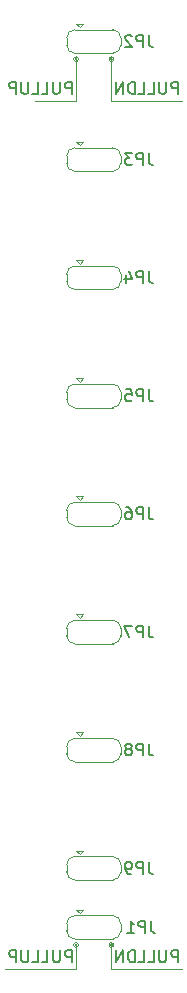
<source format=gbr>
%TF.GenerationSoftware,KiCad,Pcbnew,5.1.9-73d0e3b20d~88~ubuntu20.04.1*%
%TF.CreationDate,2021-09-23T17:55:38+05:30*%
%TF.ProjectId,veloce,76656c6f-6365-42e6-9b69-6361645f7063,rev?*%
%TF.SameCoordinates,Original*%
%TF.FileFunction,Legend,Bot*%
%TF.FilePolarity,Positive*%
%FSLAX46Y46*%
G04 Gerber Fmt 4.6, Leading zero omitted, Abs format (unit mm)*
G04 Created by KiCad (PCBNEW 5.1.9-73d0e3b20d~88~ubuntu20.04.1) date 2021-09-23 17:55:38*
%MOMM*%
%LPD*%
G01*
G04 APERTURE LIST*
%ADD10C,0.120000*%
%ADD11C,0.150000*%
G04 APERTURE END LIST*
D10*
X222700000Y-67000000D02*
G75*
G03*
X222700000Y-67000000I-200000J0D01*
G01*
X222600000Y-67000000D02*
G75*
G03*
X222600000Y-67000000I-100000J0D01*
G01*
X219700000Y-67000000D02*
G75*
G03*
X219700000Y-67000000I-200000J0D01*
G01*
X219600000Y-67000000D02*
G75*
G03*
X219600000Y-67000000I-100000J0D01*
G01*
X219500000Y-70500000D02*
X219500000Y-67000000D01*
X216000000Y-70500000D02*
X219500000Y-70500000D01*
X222500000Y-70500000D02*
X222500000Y-67000000D01*
X228500000Y-70500000D02*
X222500000Y-70500000D01*
X222700000Y-142000000D02*
G75*
G03*
X222700000Y-142000000I-200000J0D01*
G01*
X222600000Y-142000000D02*
G75*
G03*
X222600000Y-142000000I-100000J0D01*
G01*
X219700000Y-142000000D02*
G75*
G03*
X219700000Y-142000000I-200000J0D01*
G01*
X219600000Y-142000000D02*
G75*
G03*
X219600000Y-142000000I-100000J0D01*
G01*
X222500000Y-144000000D02*
X228500000Y-144000000D01*
X222500000Y-142000000D02*
X222500000Y-144000000D01*
X219500000Y-144000000D02*
X219500000Y-142000000D01*
X213500000Y-144000000D02*
X219500000Y-144000000D01*
%TO.C,JP1*%
X219800000Y-139300000D02*
X220100000Y-139000000D01*
X219500000Y-139000000D02*
X220100000Y-139000000D01*
X219800000Y-139300000D02*
X219500000Y-139000000D01*
X218700000Y-140200000D02*
X218700000Y-140800000D01*
X222600000Y-139500000D02*
X219400000Y-139500000D01*
X223300000Y-140800000D02*
X223300000Y-140200000D01*
X219400000Y-141500000D02*
X222600000Y-141500000D01*
X222600000Y-141500000D02*
G75*
G03*
X223300000Y-140800000I0J700000D01*
G01*
X223300000Y-140200000D02*
G75*
G03*
X222600000Y-139500000I-700000J0D01*
G01*
X219400000Y-139500000D02*
G75*
G03*
X218700000Y-140200000I0J-700000D01*
G01*
X218700000Y-140800000D02*
G75*
G03*
X219400000Y-141500000I700000J0D01*
G01*
%TO.C,JP9*%
X219800000Y-134300000D02*
X220100000Y-134000000D01*
X219500000Y-134000000D02*
X220100000Y-134000000D01*
X219800000Y-134300000D02*
X219500000Y-134000000D01*
X218700000Y-135200000D02*
X218700000Y-135800000D01*
X222600000Y-134500000D02*
X219400000Y-134500000D01*
X223300000Y-135800000D02*
X223300000Y-135200000D01*
X219400000Y-136500000D02*
X222600000Y-136500000D01*
X222600000Y-136500000D02*
G75*
G03*
X223300000Y-135800000I0J700000D01*
G01*
X223300000Y-135200000D02*
G75*
G03*
X222600000Y-134500000I-700000J0D01*
G01*
X219400000Y-134500000D02*
G75*
G03*
X218700000Y-135200000I0J-700000D01*
G01*
X218700000Y-135800000D02*
G75*
G03*
X219400000Y-136500000I700000J0D01*
G01*
%TO.C,JP8*%
X219800000Y-124300000D02*
X220100000Y-124000000D01*
X219500000Y-124000000D02*
X220100000Y-124000000D01*
X219800000Y-124300000D02*
X219500000Y-124000000D01*
X218700000Y-125200000D02*
X218700000Y-125800000D01*
X222600000Y-124500000D02*
X219400000Y-124500000D01*
X223300000Y-125800000D02*
X223300000Y-125200000D01*
X219400000Y-126500000D02*
X222600000Y-126500000D01*
X222600000Y-126500000D02*
G75*
G03*
X223300000Y-125800000I0J700000D01*
G01*
X223300000Y-125200000D02*
G75*
G03*
X222600000Y-124500000I-700000J0D01*
G01*
X219400000Y-124500000D02*
G75*
G03*
X218700000Y-125200000I0J-700000D01*
G01*
X218700000Y-125800000D02*
G75*
G03*
X219400000Y-126500000I700000J0D01*
G01*
%TO.C,JP7*%
X219800000Y-114300000D02*
X220100000Y-114000000D01*
X219500000Y-114000000D02*
X220100000Y-114000000D01*
X219800000Y-114300000D02*
X219500000Y-114000000D01*
X218700000Y-115200000D02*
X218700000Y-115800000D01*
X222600000Y-114500000D02*
X219400000Y-114500000D01*
X223300000Y-115800000D02*
X223300000Y-115200000D01*
X219400000Y-116500000D02*
X222600000Y-116500000D01*
X222600000Y-116500000D02*
G75*
G03*
X223300000Y-115800000I0J700000D01*
G01*
X223300000Y-115200000D02*
G75*
G03*
X222600000Y-114500000I-700000J0D01*
G01*
X219400000Y-114500000D02*
G75*
G03*
X218700000Y-115200000I0J-700000D01*
G01*
X218700000Y-115800000D02*
G75*
G03*
X219400000Y-116500000I700000J0D01*
G01*
%TO.C,JP6*%
X219800000Y-104300000D02*
X220100000Y-104000000D01*
X219500000Y-104000000D02*
X220100000Y-104000000D01*
X219800000Y-104300000D02*
X219500000Y-104000000D01*
X218700000Y-105200000D02*
X218700000Y-105800000D01*
X222600000Y-104500000D02*
X219400000Y-104500000D01*
X223300000Y-105800000D02*
X223300000Y-105200000D01*
X219400000Y-106500000D02*
X222600000Y-106500000D01*
X222600000Y-106500000D02*
G75*
G03*
X223300000Y-105800000I0J700000D01*
G01*
X223300000Y-105200000D02*
G75*
G03*
X222600000Y-104500000I-700000J0D01*
G01*
X219400000Y-104500000D02*
G75*
G03*
X218700000Y-105200000I0J-700000D01*
G01*
X218700000Y-105800000D02*
G75*
G03*
X219400000Y-106500000I700000J0D01*
G01*
%TO.C,JP5*%
X219800000Y-94300000D02*
X220100000Y-94000000D01*
X219500000Y-94000000D02*
X220100000Y-94000000D01*
X219800000Y-94300000D02*
X219500000Y-94000000D01*
X218700000Y-95200000D02*
X218700000Y-95800000D01*
X222600000Y-94500000D02*
X219400000Y-94500000D01*
X223300000Y-95800000D02*
X223300000Y-95200000D01*
X219400000Y-96500000D02*
X222600000Y-96500000D01*
X222600000Y-96500000D02*
G75*
G03*
X223300000Y-95800000I0J700000D01*
G01*
X223300000Y-95200000D02*
G75*
G03*
X222600000Y-94500000I-700000J0D01*
G01*
X219400000Y-94500000D02*
G75*
G03*
X218700000Y-95200000I0J-700000D01*
G01*
X218700000Y-95800000D02*
G75*
G03*
X219400000Y-96500000I700000J0D01*
G01*
%TO.C,JP4*%
X219800000Y-84300000D02*
X220100000Y-84000000D01*
X219500000Y-84000000D02*
X220100000Y-84000000D01*
X219800000Y-84300000D02*
X219500000Y-84000000D01*
X218700000Y-85200000D02*
X218700000Y-85800000D01*
X222600000Y-84500000D02*
X219400000Y-84500000D01*
X223300000Y-85800000D02*
X223300000Y-85200000D01*
X219400000Y-86500000D02*
X222600000Y-86500000D01*
X222600000Y-86500000D02*
G75*
G03*
X223300000Y-85800000I0J700000D01*
G01*
X223300000Y-85200000D02*
G75*
G03*
X222600000Y-84500000I-700000J0D01*
G01*
X219400000Y-84500000D02*
G75*
G03*
X218700000Y-85200000I0J-700000D01*
G01*
X218700000Y-85800000D02*
G75*
G03*
X219400000Y-86500000I700000J0D01*
G01*
%TO.C,JP3*%
X219800000Y-74300000D02*
X220100000Y-74000000D01*
X219500000Y-74000000D02*
X220100000Y-74000000D01*
X219800000Y-74300000D02*
X219500000Y-74000000D01*
X218700000Y-75200000D02*
X218700000Y-75800000D01*
X222600000Y-74500000D02*
X219400000Y-74500000D01*
X223300000Y-75800000D02*
X223300000Y-75200000D01*
X219400000Y-76500000D02*
X222600000Y-76500000D01*
X222600000Y-76500000D02*
G75*
G03*
X223300000Y-75800000I0J700000D01*
G01*
X223300000Y-75200000D02*
G75*
G03*
X222600000Y-74500000I-700000J0D01*
G01*
X219400000Y-74500000D02*
G75*
G03*
X218700000Y-75200000I0J-700000D01*
G01*
X218700000Y-75800000D02*
G75*
G03*
X219400000Y-76500000I700000J0D01*
G01*
%TO.C,JP2*%
X219800000Y-64300000D02*
X220100000Y-64000000D01*
X219500000Y-64000000D02*
X220100000Y-64000000D01*
X219800000Y-64300000D02*
X219500000Y-64000000D01*
X218700000Y-65200000D02*
X218700000Y-65800000D01*
X222600000Y-64500000D02*
X219400000Y-64500000D01*
X223300000Y-65800000D02*
X223300000Y-65200000D01*
X219400000Y-66500000D02*
X222600000Y-66500000D01*
X222600000Y-66500000D02*
G75*
G03*
X223300000Y-65800000I0J700000D01*
G01*
X223300000Y-65200000D02*
G75*
G03*
X222600000Y-64500000I-700000J0D01*
G01*
X219400000Y-64500000D02*
G75*
G03*
X218700000Y-65200000I0J-700000D01*
G01*
X218700000Y-65800000D02*
G75*
G03*
X219400000Y-66500000I700000J0D01*
G01*
%TO.C,JP1*%
D11*
X225833333Y-139952380D02*
X225833333Y-140666666D01*
X225880952Y-140809523D01*
X225976190Y-140904761D01*
X226119047Y-140952380D01*
X226214285Y-140952380D01*
X225357142Y-140952380D02*
X225357142Y-139952380D01*
X224976190Y-139952380D01*
X224880952Y-140000000D01*
X224833333Y-140047619D01*
X224785714Y-140142857D01*
X224785714Y-140285714D01*
X224833333Y-140380952D01*
X224880952Y-140428571D01*
X224976190Y-140476190D01*
X225357142Y-140476190D01*
X223833333Y-140952380D02*
X224404761Y-140952380D01*
X224119047Y-140952380D02*
X224119047Y-139952380D01*
X224214285Y-140095238D01*
X224309523Y-140190476D01*
X224404761Y-140238095D01*
X219119047Y-143452380D02*
X219119047Y-142452380D01*
X218738095Y-142452380D01*
X218642857Y-142500000D01*
X218595238Y-142547619D01*
X218547619Y-142642857D01*
X218547619Y-142785714D01*
X218595238Y-142880952D01*
X218642857Y-142928571D01*
X218738095Y-142976190D01*
X219119047Y-142976190D01*
X218119047Y-142452380D02*
X218119047Y-143261904D01*
X218071428Y-143357142D01*
X218023809Y-143404761D01*
X217928571Y-143452380D01*
X217738095Y-143452380D01*
X217642857Y-143404761D01*
X217595238Y-143357142D01*
X217547619Y-143261904D01*
X217547619Y-142452380D01*
X216595238Y-143452380D02*
X217071428Y-143452380D01*
X217071428Y-142452380D01*
X215785714Y-143452380D02*
X216261904Y-143452380D01*
X216261904Y-142452380D01*
X215452380Y-142452380D02*
X215452380Y-143261904D01*
X215404761Y-143357142D01*
X215357142Y-143404761D01*
X215261904Y-143452380D01*
X215071428Y-143452380D01*
X214976190Y-143404761D01*
X214928571Y-143357142D01*
X214880952Y-143261904D01*
X214880952Y-142452380D01*
X214404761Y-143452380D02*
X214404761Y-142452380D01*
X214023809Y-142452380D01*
X213928571Y-142500000D01*
X213880952Y-142547619D01*
X213833333Y-142642857D01*
X213833333Y-142785714D01*
X213880952Y-142880952D01*
X213928571Y-142928571D01*
X214023809Y-142976190D01*
X214404761Y-142976190D01*
X228119047Y-143452380D02*
X228119047Y-142452380D01*
X227738095Y-142452380D01*
X227642857Y-142500000D01*
X227595238Y-142547619D01*
X227547619Y-142642857D01*
X227547619Y-142785714D01*
X227595238Y-142880952D01*
X227642857Y-142928571D01*
X227738095Y-142976190D01*
X228119047Y-142976190D01*
X227119047Y-142452380D02*
X227119047Y-143261904D01*
X227071428Y-143357142D01*
X227023809Y-143404761D01*
X226928571Y-143452380D01*
X226738095Y-143452380D01*
X226642857Y-143404761D01*
X226595238Y-143357142D01*
X226547619Y-143261904D01*
X226547619Y-142452380D01*
X225595238Y-143452380D02*
X226071428Y-143452380D01*
X226071428Y-142452380D01*
X224785714Y-143452380D02*
X225261904Y-143452380D01*
X225261904Y-142452380D01*
X224452380Y-143452380D02*
X224452380Y-142452380D01*
X224214285Y-142452380D01*
X224071428Y-142500000D01*
X223976190Y-142595238D01*
X223928571Y-142690476D01*
X223880952Y-142880952D01*
X223880952Y-143023809D01*
X223928571Y-143214285D01*
X223976190Y-143309523D01*
X224071428Y-143404761D01*
X224214285Y-143452380D01*
X224452380Y-143452380D01*
X223452380Y-143452380D02*
X223452380Y-142452380D01*
X222880952Y-143452380D01*
X222880952Y-142452380D01*
%TO.C,JP9*%
X225643333Y-134952380D02*
X225643333Y-135666666D01*
X225690952Y-135809523D01*
X225786190Y-135904761D01*
X225929047Y-135952380D01*
X226024285Y-135952380D01*
X225167142Y-135952380D02*
X225167142Y-134952380D01*
X224786190Y-134952380D01*
X224690952Y-135000000D01*
X224643333Y-135047619D01*
X224595714Y-135142857D01*
X224595714Y-135285714D01*
X224643333Y-135380952D01*
X224690952Y-135428571D01*
X224786190Y-135476190D01*
X225167142Y-135476190D01*
X224119523Y-135952380D02*
X223929047Y-135952380D01*
X223833809Y-135904761D01*
X223786190Y-135857142D01*
X223690952Y-135714285D01*
X223643333Y-135523809D01*
X223643333Y-135142857D01*
X223690952Y-135047619D01*
X223738571Y-135000000D01*
X223833809Y-134952380D01*
X224024285Y-134952380D01*
X224119523Y-135000000D01*
X224167142Y-135047619D01*
X224214761Y-135142857D01*
X224214761Y-135380952D01*
X224167142Y-135476190D01*
X224119523Y-135523809D01*
X224024285Y-135571428D01*
X223833809Y-135571428D01*
X223738571Y-135523809D01*
X223690952Y-135476190D01*
X223643333Y-135380952D01*
%TO.C,JP8*%
X225643333Y-124952380D02*
X225643333Y-125666666D01*
X225690952Y-125809523D01*
X225786190Y-125904761D01*
X225929047Y-125952380D01*
X226024285Y-125952380D01*
X225167142Y-125952380D02*
X225167142Y-124952380D01*
X224786190Y-124952380D01*
X224690952Y-125000000D01*
X224643333Y-125047619D01*
X224595714Y-125142857D01*
X224595714Y-125285714D01*
X224643333Y-125380952D01*
X224690952Y-125428571D01*
X224786190Y-125476190D01*
X225167142Y-125476190D01*
X224024285Y-125380952D02*
X224119523Y-125333333D01*
X224167142Y-125285714D01*
X224214761Y-125190476D01*
X224214761Y-125142857D01*
X224167142Y-125047619D01*
X224119523Y-125000000D01*
X224024285Y-124952380D01*
X223833809Y-124952380D01*
X223738571Y-125000000D01*
X223690952Y-125047619D01*
X223643333Y-125142857D01*
X223643333Y-125190476D01*
X223690952Y-125285714D01*
X223738571Y-125333333D01*
X223833809Y-125380952D01*
X224024285Y-125380952D01*
X224119523Y-125428571D01*
X224167142Y-125476190D01*
X224214761Y-125571428D01*
X224214761Y-125761904D01*
X224167142Y-125857142D01*
X224119523Y-125904761D01*
X224024285Y-125952380D01*
X223833809Y-125952380D01*
X223738571Y-125904761D01*
X223690952Y-125857142D01*
X223643333Y-125761904D01*
X223643333Y-125571428D01*
X223690952Y-125476190D01*
X223738571Y-125428571D01*
X223833809Y-125380952D01*
%TO.C,JP7*%
X225643333Y-114952380D02*
X225643333Y-115666666D01*
X225690952Y-115809523D01*
X225786190Y-115904761D01*
X225929047Y-115952380D01*
X226024285Y-115952380D01*
X225167142Y-115952380D02*
X225167142Y-114952380D01*
X224786190Y-114952380D01*
X224690952Y-115000000D01*
X224643333Y-115047619D01*
X224595714Y-115142857D01*
X224595714Y-115285714D01*
X224643333Y-115380952D01*
X224690952Y-115428571D01*
X224786190Y-115476190D01*
X225167142Y-115476190D01*
X224262380Y-114952380D02*
X223595714Y-114952380D01*
X224024285Y-115952380D01*
%TO.C,JP6*%
X225643333Y-104952380D02*
X225643333Y-105666666D01*
X225690952Y-105809523D01*
X225786190Y-105904761D01*
X225929047Y-105952380D01*
X226024285Y-105952380D01*
X225167142Y-105952380D02*
X225167142Y-104952380D01*
X224786190Y-104952380D01*
X224690952Y-105000000D01*
X224643333Y-105047619D01*
X224595714Y-105142857D01*
X224595714Y-105285714D01*
X224643333Y-105380952D01*
X224690952Y-105428571D01*
X224786190Y-105476190D01*
X225167142Y-105476190D01*
X223738571Y-104952380D02*
X223929047Y-104952380D01*
X224024285Y-105000000D01*
X224071904Y-105047619D01*
X224167142Y-105190476D01*
X224214761Y-105380952D01*
X224214761Y-105761904D01*
X224167142Y-105857142D01*
X224119523Y-105904761D01*
X224024285Y-105952380D01*
X223833809Y-105952380D01*
X223738571Y-105904761D01*
X223690952Y-105857142D01*
X223643333Y-105761904D01*
X223643333Y-105523809D01*
X223690952Y-105428571D01*
X223738571Y-105380952D01*
X223833809Y-105333333D01*
X224024285Y-105333333D01*
X224119523Y-105380952D01*
X224167142Y-105428571D01*
X224214761Y-105523809D01*
%TO.C,JP5*%
X225643333Y-94952380D02*
X225643333Y-95666666D01*
X225690952Y-95809523D01*
X225786190Y-95904761D01*
X225929047Y-95952380D01*
X226024285Y-95952380D01*
X225167142Y-95952380D02*
X225167142Y-94952380D01*
X224786190Y-94952380D01*
X224690952Y-95000000D01*
X224643333Y-95047619D01*
X224595714Y-95142857D01*
X224595714Y-95285714D01*
X224643333Y-95380952D01*
X224690952Y-95428571D01*
X224786190Y-95476190D01*
X225167142Y-95476190D01*
X223690952Y-94952380D02*
X224167142Y-94952380D01*
X224214761Y-95428571D01*
X224167142Y-95380952D01*
X224071904Y-95333333D01*
X223833809Y-95333333D01*
X223738571Y-95380952D01*
X223690952Y-95428571D01*
X223643333Y-95523809D01*
X223643333Y-95761904D01*
X223690952Y-95857142D01*
X223738571Y-95904761D01*
X223833809Y-95952380D01*
X224071904Y-95952380D01*
X224167142Y-95904761D01*
X224214761Y-95857142D01*
%TO.C,JP4*%
X225643333Y-84952380D02*
X225643333Y-85666666D01*
X225690952Y-85809523D01*
X225786190Y-85904761D01*
X225929047Y-85952380D01*
X226024285Y-85952380D01*
X225167142Y-85952380D02*
X225167142Y-84952380D01*
X224786190Y-84952380D01*
X224690952Y-85000000D01*
X224643333Y-85047619D01*
X224595714Y-85142857D01*
X224595714Y-85285714D01*
X224643333Y-85380952D01*
X224690952Y-85428571D01*
X224786190Y-85476190D01*
X225167142Y-85476190D01*
X223738571Y-85285714D02*
X223738571Y-85952380D01*
X223976666Y-84904761D02*
X224214761Y-85619047D01*
X223595714Y-85619047D01*
%TO.C,JP3*%
X225643333Y-74952380D02*
X225643333Y-75666666D01*
X225690952Y-75809523D01*
X225786190Y-75904761D01*
X225929047Y-75952380D01*
X226024285Y-75952380D01*
X225167142Y-75952380D02*
X225167142Y-74952380D01*
X224786190Y-74952380D01*
X224690952Y-75000000D01*
X224643333Y-75047619D01*
X224595714Y-75142857D01*
X224595714Y-75285714D01*
X224643333Y-75380952D01*
X224690952Y-75428571D01*
X224786190Y-75476190D01*
X225167142Y-75476190D01*
X224262380Y-74952380D02*
X223643333Y-74952380D01*
X223976666Y-75333333D01*
X223833809Y-75333333D01*
X223738571Y-75380952D01*
X223690952Y-75428571D01*
X223643333Y-75523809D01*
X223643333Y-75761904D01*
X223690952Y-75857142D01*
X223738571Y-75904761D01*
X223833809Y-75952380D01*
X224119523Y-75952380D01*
X224214761Y-75904761D01*
X224262380Y-75857142D01*
%TO.C,JP2*%
X225643333Y-64952380D02*
X225643333Y-65666666D01*
X225690952Y-65809523D01*
X225786190Y-65904761D01*
X225929047Y-65952380D01*
X226024285Y-65952380D01*
X225167142Y-65952380D02*
X225167142Y-64952380D01*
X224786190Y-64952380D01*
X224690952Y-65000000D01*
X224643333Y-65047619D01*
X224595714Y-65142857D01*
X224595714Y-65285714D01*
X224643333Y-65380952D01*
X224690952Y-65428571D01*
X224786190Y-65476190D01*
X225167142Y-65476190D01*
X224214761Y-65047619D02*
X224167142Y-65000000D01*
X224071904Y-64952380D01*
X223833809Y-64952380D01*
X223738571Y-65000000D01*
X223690952Y-65047619D01*
X223643333Y-65142857D01*
X223643333Y-65238095D01*
X223690952Y-65380952D01*
X224262380Y-65952380D01*
X223643333Y-65952380D01*
X219119047Y-69952380D02*
X219119047Y-68952380D01*
X218738095Y-68952380D01*
X218642857Y-69000000D01*
X218595238Y-69047619D01*
X218547619Y-69142857D01*
X218547619Y-69285714D01*
X218595238Y-69380952D01*
X218642857Y-69428571D01*
X218738095Y-69476190D01*
X219119047Y-69476190D01*
X218119047Y-68952380D02*
X218119047Y-69761904D01*
X218071428Y-69857142D01*
X218023809Y-69904761D01*
X217928571Y-69952380D01*
X217738095Y-69952380D01*
X217642857Y-69904761D01*
X217595238Y-69857142D01*
X217547619Y-69761904D01*
X217547619Y-68952380D01*
X216595238Y-69952380D02*
X217071428Y-69952380D01*
X217071428Y-68952380D01*
X215785714Y-69952380D02*
X216261904Y-69952380D01*
X216261904Y-68952380D01*
X215452380Y-68952380D02*
X215452380Y-69761904D01*
X215404761Y-69857142D01*
X215357142Y-69904761D01*
X215261904Y-69952380D01*
X215071428Y-69952380D01*
X214976190Y-69904761D01*
X214928571Y-69857142D01*
X214880952Y-69761904D01*
X214880952Y-68952380D01*
X214404761Y-69952380D02*
X214404761Y-68952380D01*
X214023809Y-68952380D01*
X213928571Y-69000000D01*
X213880952Y-69047619D01*
X213833333Y-69142857D01*
X213833333Y-69285714D01*
X213880952Y-69380952D01*
X213928571Y-69428571D01*
X214023809Y-69476190D01*
X214404761Y-69476190D01*
X228119047Y-69952380D02*
X228119047Y-68952380D01*
X227738095Y-68952380D01*
X227642857Y-69000000D01*
X227595238Y-69047619D01*
X227547619Y-69142857D01*
X227547619Y-69285714D01*
X227595238Y-69380952D01*
X227642857Y-69428571D01*
X227738095Y-69476190D01*
X228119047Y-69476190D01*
X227119047Y-68952380D02*
X227119047Y-69761904D01*
X227071428Y-69857142D01*
X227023809Y-69904761D01*
X226928571Y-69952380D01*
X226738095Y-69952380D01*
X226642857Y-69904761D01*
X226595238Y-69857142D01*
X226547619Y-69761904D01*
X226547619Y-68952380D01*
X225595238Y-69952380D02*
X226071428Y-69952380D01*
X226071428Y-68952380D01*
X224785714Y-69952380D02*
X225261904Y-69952380D01*
X225261904Y-68952380D01*
X224452380Y-69952380D02*
X224452380Y-68952380D01*
X224214285Y-68952380D01*
X224071428Y-69000000D01*
X223976190Y-69095238D01*
X223928571Y-69190476D01*
X223880952Y-69380952D01*
X223880952Y-69523809D01*
X223928571Y-69714285D01*
X223976190Y-69809523D01*
X224071428Y-69904761D01*
X224214285Y-69952380D01*
X224452380Y-69952380D01*
X223452380Y-69952380D02*
X223452380Y-68952380D01*
X222880952Y-69952380D01*
X222880952Y-68952380D01*
%TD*%
M02*

</source>
